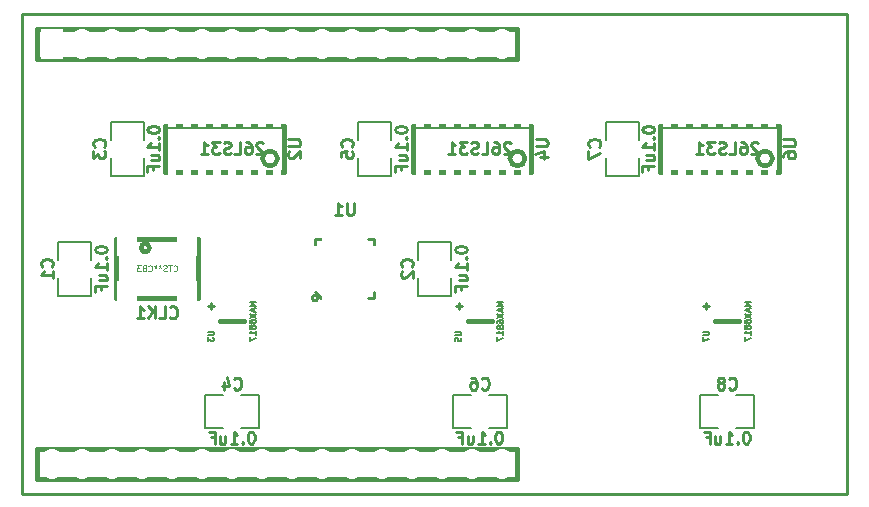
<source format=gbo>
G04 #@! TF.GenerationSoftware,KiCad,Pcbnew,no-vcs-found-0f0cb64~58~ubuntu16.04.1*
G04 #@! TF.CreationDate,2017-03-29T15:35:21-04:00*
G04 #@! TF.ProjectId,step_dir_controller_3x2,737465705F6469725F636F6E74726F6C,1.0*
G04 #@! TF.FileFunction,Legend,Bot*
G04 #@! TF.FilePolarity,Positive*
%FSLAX46Y46*%
G04 Gerber Fmt 4.6, Leading zero omitted, Abs format (unit mm)*
G04 Created by KiCad (PCBNEW no-vcs-found-0f0cb64~58~ubuntu16.04.1) date Wed Mar 29 15:35:21 2017*
%MOMM*%
%LPD*%
G01*
G04 APERTURE LIST*
%ADD10C,0.100000*%
%ADD11C,0.228600*%
%ADD12C,0.381000*%
%ADD13C,0.127000*%
%ADD14C,0.250000*%
%ADD15C,0.254000*%
%ADD16C,0.125000*%
%ADD17O,1.854200X2.540000*%
%ADD18R,1.854200X2.540000*%
%ADD19C,3.556000*%
%ADD20R,2.540000X1.270000*%
%ADD21R,1.270000X2.540000*%
%ADD22R,1.800000X2.000000*%
%ADD23C,2.340000*%
%ADD24R,2.075000X0.325000*%
%ADD25R,0.325000X2.075000*%
%ADD26R,3.475000X3.475000*%
%ADD27R,0.740000X1.690000*%
%ADD28R,0.762000X1.534160*%
G04 APERTURE END LIST*
D10*
D11*
X155575000Y-68580000D02*
X85725000Y-68580000D01*
X155575000Y-109220000D02*
X155575000Y-68580000D01*
X85725000Y-109220000D02*
X155575000Y-109220000D01*
X85725000Y-68580000D02*
X85725000Y-109220000D01*
D12*
X86995000Y-105410000D02*
X86995000Y-107950000D01*
X86995000Y-107950000D02*
X127635000Y-107950000D01*
X127635000Y-107950000D02*
X127635000Y-105410000D01*
X127635000Y-105410000D02*
X86995000Y-105410000D01*
X86995000Y-69850000D02*
X86995000Y-72390000D01*
X86995000Y-72390000D02*
X127635000Y-72390000D01*
X127635000Y-72390000D02*
X127635000Y-69850000D01*
X127635000Y-69850000D02*
X86995000Y-69850000D01*
D13*
X88773000Y-92456000D02*
X88773000Y-90932000D01*
X91567000Y-92456000D02*
X88773000Y-92456000D01*
X91567000Y-90932000D02*
X91567000Y-92456000D01*
X91567000Y-87884000D02*
X91567000Y-89408000D01*
X88773000Y-87884000D02*
X91567000Y-87884000D01*
X88773000Y-89408000D02*
X88773000Y-87884000D01*
X119253000Y-92456000D02*
X119253000Y-90932000D01*
X122047000Y-92456000D02*
X119253000Y-92456000D01*
X122047000Y-90932000D02*
X122047000Y-92456000D01*
X122047000Y-87884000D02*
X122047000Y-89408000D01*
X119253000Y-87884000D02*
X122047000Y-87884000D01*
X119253000Y-89408000D02*
X119253000Y-87884000D01*
X93218000Y-82296000D02*
X93218000Y-80772000D01*
X96012000Y-82296000D02*
X93218000Y-82296000D01*
X96012000Y-80772000D02*
X96012000Y-82296000D01*
X96012000Y-77724000D02*
X96012000Y-79248000D01*
X93218000Y-77724000D02*
X96012000Y-77724000D01*
X93218000Y-79248000D02*
X93218000Y-77724000D01*
X104267000Y-100838000D02*
X105791000Y-100838000D01*
X105791000Y-100838000D02*
X105791000Y-103632000D01*
X105791000Y-103632000D02*
X104267000Y-103632000D01*
X102743000Y-103632000D02*
X101219000Y-103632000D01*
X101219000Y-103632000D02*
X101219000Y-100838000D01*
X101219000Y-100838000D02*
X102743000Y-100838000D01*
X114173000Y-79248000D02*
X114173000Y-77724000D01*
X114173000Y-77724000D02*
X116967000Y-77724000D01*
X116967000Y-77724000D02*
X116967000Y-79248000D01*
X116967000Y-80772000D02*
X116967000Y-82296000D01*
X116967000Y-82296000D02*
X114173000Y-82296000D01*
X114173000Y-82296000D02*
X114173000Y-80772000D01*
X125222000Y-100838000D02*
X126746000Y-100838000D01*
X126746000Y-100838000D02*
X126746000Y-103632000D01*
X126746000Y-103632000D02*
X125222000Y-103632000D01*
X123698000Y-103632000D02*
X122174000Y-103632000D01*
X122174000Y-103632000D02*
X122174000Y-100838000D01*
X122174000Y-100838000D02*
X123698000Y-100838000D01*
X135128000Y-82296000D02*
X135128000Y-80772000D01*
X137922000Y-82296000D02*
X135128000Y-82296000D01*
X137922000Y-80772000D02*
X137922000Y-82296000D01*
X137922000Y-77724000D02*
X137922000Y-79248000D01*
X135128000Y-77724000D02*
X137922000Y-77724000D01*
X135128000Y-79248000D02*
X135128000Y-77724000D01*
X146177000Y-100838000D02*
X147701000Y-100838000D01*
X147701000Y-100838000D02*
X147701000Y-103632000D01*
X147701000Y-103632000D02*
X146177000Y-103632000D01*
X144653000Y-103632000D02*
X143129000Y-103632000D01*
X143129000Y-103632000D02*
X143129000Y-100838000D01*
X143129000Y-100838000D02*
X144653000Y-100838000D01*
D12*
X100655000Y-92670000D02*
X93655000Y-92670000D01*
X100655000Y-87670000D02*
X100655000Y-92670000D01*
X93655000Y-87670000D02*
X100655000Y-87670000D01*
X93655000Y-92670000D02*
X93655000Y-87670000D01*
X96508553Y-88420000D02*
G75*
G03X96508553Y-88420000I-353553J0D01*
G01*
D14*
X111030000Y-92670000D02*
X110530000Y-92170000D01*
X110530000Y-88170000D02*
X110530000Y-87670000D01*
X110530000Y-87670000D02*
X111030000Y-87670000D01*
X115530000Y-88170000D02*
X115530000Y-87670000D01*
X115530000Y-87670000D02*
X115030000Y-87670000D01*
X115030000Y-92670000D02*
X115530000Y-92670000D01*
X115530000Y-92670000D02*
X115530000Y-92170000D01*
X110780000Y-92670000D02*
G75*
G03X110780000Y-92670000I-250000J0D01*
G01*
D12*
X107350000Y-80850000D02*
G75*
G03X107350000Y-80850000I-635000J0D01*
G01*
X107870000Y-81960000D02*
X97870000Y-81960000D01*
X97870000Y-81960000D02*
X97870000Y-78060000D01*
X97870000Y-78060000D02*
X107870000Y-78060000D01*
X107870000Y-78060000D02*
X107870000Y-81960000D01*
X102489000Y-94615000D02*
X104521000Y-94615000D01*
D11*
X101727000Y-93091000D02*
X101727000Y-93599000D01*
X101473000Y-93345000D02*
X101981000Y-93345000D01*
D12*
X128305000Y-80850000D02*
G75*
G03X128305000Y-80850000I-635000J0D01*
G01*
X128825000Y-81960000D02*
X118825000Y-81960000D01*
X118825000Y-81960000D02*
X118825000Y-78060000D01*
X118825000Y-78060000D02*
X128825000Y-78060000D01*
X128825000Y-78060000D02*
X128825000Y-81960000D01*
X123444000Y-94615000D02*
X125476000Y-94615000D01*
D11*
X122682000Y-93091000D02*
X122682000Y-93599000D01*
X122428000Y-93345000D02*
X122936000Y-93345000D01*
D12*
X149780000Y-78060000D02*
X149780000Y-81960000D01*
X139780000Y-78060000D02*
X149780000Y-78060000D01*
X139780000Y-81960000D02*
X139780000Y-78060000D01*
X149780000Y-81960000D02*
X139780000Y-81960000D01*
X149260000Y-80850000D02*
G75*
G03X149260000Y-80850000I-635000J0D01*
G01*
D11*
X143383000Y-93345000D02*
X143891000Y-93345000D01*
X143637000Y-93091000D02*
X143637000Y-93599000D01*
D12*
X144399000Y-94615000D02*
X146431000Y-94615000D01*
D15*
X88246857Y-90000666D02*
X88295238Y-89952285D01*
X88343619Y-89807142D01*
X88343619Y-89710380D01*
X88295238Y-89565238D01*
X88198476Y-89468476D01*
X88101714Y-89420095D01*
X87908190Y-89371714D01*
X87763047Y-89371714D01*
X87569523Y-89420095D01*
X87472761Y-89468476D01*
X87376000Y-89565238D01*
X87327619Y-89710380D01*
X87327619Y-89807142D01*
X87376000Y-89952285D01*
X87424380Y-90000666D01*
X88343619Y-90968285D02*
X88343619Y-90387714D01*
X88343619Y-90678000D02*
X87327619Y-90678000D01*
X87472761Y-90581238D01*
X87569523Y-90484476D01*
X87617904Y-90387714D01*
X91899619Y-88500857D02*
X91899619Y-88597619D01*
X91948000Y-88694380D01*
X91996380Y-88742761D01*
X92093142Y-88791142D01*
X92286666Y-88839523D01*
X92528571Y-88839523D01*
X92722095Y-88791142D01*
X92818857Y-88742761D01*
X92867238Y-88694380D01*
X92915619Y-88597619D01*
X92915619Y-88500857D01*
X92867238Y-88404095D01*
X92818857Y-88355714D01*
X92722095Y-88307333D01*
X92528571Y-88258952D01*
X92286666Y-88258952D01*
X92093142Y-88307333D01*
X91996380Y-88355714D01*
X91948000Y-88404095D01*
X91899619Y-88500857D01*
X92818857Y-89274952D02*
X92867238Y-89323333D01*
X92915619Y-89274952D01*
X92867238Y-89226571D01*
X92818857Y-89274952D01*
X92915619Y-89274952D01*
X92915619Y-90290952D02*
X92915619Y-89710380D01*
X92915619Y-90000666D02*
X91899619Y-90000666D01*
X92044761Y-89903904D01*
X92141523Y-89807142D01*
X92189904Y-89710380D01*
X92238285Y-91161809D02*
X92915619Y-91161809D01*
X92238285Y-90726380D02*
X92770476Y-90726380D01*
X92867238Y-90774761D01*
X92915619Y-90871523D01*
X92915619Y-91016666D01*
X92867238Y-91113428D01*
X92818857Y-91161809D01*
X92383428Y-91984285D02*
X92383428Y-91645619D01*
X92915619Y-91645619D02*
X91899619Y-91645619D01*
X91899619Y-92129428D01*
X118726857Y-90000666D02*
X118775238Y-89952285D01*
X118823619Y-89807142D01*
X118823619Y-89710380D01*
X118775238Y-89565238D01*
X118678476Y-89468476D01*
X118581714Y-89420095D01*
X118388190Y-89371714D01*
X118243047Y-89371714D01*
X118049523Y-89420095D01*
X117952761Y-89468476D01*
X117856000Y-89565238D01*
X117807619Y-89710380D01*
X117807619Y-89807142D01*
X117856000Y-89952285D01*
X117904380Y-90000666D01*
X117904380Y-90387714D02*
X117856000Y-90436095D01*
X117807619Y-90532857D01*
X117807619Y-90774761D01*
X117856000Y-90871523D01*
X117904380Y-90919904D01*
X118001142Y-90968285D01*
X118097904Y-90968285D01*
X118243047Y-90919904D01*
X118823619Y-90339333D01*
X118823619Y-90968285D01*
X122379619Y-88500857D02*
X122379619Y-88597619D01*
X122428000Y-88694380D01*
X122476380Y-88742761D01*
X122573142Y-88791142D01*
X122766666Y-88839523D01*
X123008571Y-88839523D01*
X123202095Y-88791142D01*
X123298857Y-88742761D01*
X123347238Y-88694380D01*
X123395619Y-88597619D01*
X123395619Y-88500857D01*
X123347238Y-88404095D01*
X123298857Y-88355714D01*
X123202095Y-88307333D01*
X123008571Y-88258952D01*
X122766666Y-88258952D01*
X122573142Y-88307333D01*
X122476380Y-88355714D01*
X122428000Y-88404095D01*
X122379619Y-88500857D01*
X123298857Y-89274952D02*
X123347238Y-89323333D01*
X123395619Y-89274952D01*
X123347238Y-89226571D01*
X123298857Y-89274952D01*
X123395619Y-89274952D01*
X123395619Y-90290952D02*
X123395619Y-89710380D01*
X123395619Y-90000666D02*
X122379619Y-90000666D01*
X122524761Y-89903904D01*
X122621523Y-89807142D01*
X122669904Y-89710380D01*
X122718285Y-91161809D02*
X123395619Y-91161809D01*
X122718285Y-90726380D02*
X123250476Y-90726380D01*
X123347238Y-90774761D01*
X123395619Y-90871523D01*
X123395619Y-91016666D01*
X123347238Y-91113428D01*
X123298857Y-91161809D01*
X122863428Y-91984285D02*
X122863428Y-91645619D01*
X123395619Y-91645619D02*
X122379619Y-91645619D01*
X122379619Y-92129428D01*
X92691857Y-79840666D02*
X92740238Y-79792285D01*
X92788619Y-79647142D01*
X92788619Y-79550380D01*
X92740238Y-79405238D01*
X92643476Y-79308476D01*
X92546714Y-79260095D01*
X92353190Y-79211714D01*
X92208047Y-79211714D01*
X92014523Y-79260095D01*
X91917761Y-79308476D01*
X91821000Y-79405238D01*
X91772619Y-79550380D01*
X91772619Y-79647142D01*
X91821000Y-79792285D01*
X91869380Y-79840666D01*
X91772619Y-80179333D02*
X91772619Y-80808285D01*
X92159666Y-80469619D01*
X92159666Y-80614761D01*
X92208047Y-80711523D01*
X92256428Y-80759904D01*
X92353190Y-80808285D01*
X92595095Y-80808285D01*
X92691857Y-80759904D01*
X92740238Y-80711523D01*
X92788619Y-80614761D01*
X92788619Y-80324476D01*
X92740238Y-80227714D01*
X92691857Y-80179333D01*
X96344619Y-78340857D02*
X96344619Y-78437619D01*
X96393000Y-78534380D01*
X96441380Y-78582761D01*
X96538142Y-78631142D01*
X96731666Y-78679523D01*
X96973571Y-78679523D01*
X97167095Y-78631142D01*
X97263857Y-78582761D01*
X97312238Y-78534380D01*
X97360619Y-78437619D01*
X97360619Y-78340857D01*
X97312238Y-78244095D01*
X97263857Y-78195714D01*
X97167095Y-78147333D01*
X96973571Y-78098952D01*
X96731666Y-78098952D01*
X96538142Y-78147333D01*
X96441380Y-78195714D01*
X96393000Y-78244095D01*
X96344619Y-78340857D01*
X97263857Y-79114952D02*
X97312238Y-79163333D01*
X97360619Y-79114952D01*
X97312238Y-79066571D01*
X97263857Y-79114952D01*
X97360619Y-79114952D01*
X97360619Y-80130952D02*
X97360619Y-79550380D01*
X97360619Y-79840666D02*
X96344619Y-79840666D01*
X96489761Y-79743904D01*
X96586523Y-79647142D01*
X96634904Y-79550380D01*
X96683285Y-81001809D02*
X97360619Y-81001809D01*
X96683285Y-80566380D02*
X97215476Y-80566380D01*
X97312238Y-80614761D01*
X97360619Y-80711523D01*
X97360619Y-80856666D01*
X97312238Y-80953428D01*
X97263857Y-81001809D01*
X96828428Y-81824285D02*
X96828428Y-81485619D01*
X97360619Y-81485619D02*
X96344619Y-81485619D01*
X96344619Y-81969428D01*
X103674333Y-100311857D02*
X103722714Y-100360238D01*
X103867857Y-100408619D01*
X103964619Y-100408619D01*
X104109761Y-100360238D01*
X104206523Y-100263476D01*
X104254904Y-100166714D01*
X104303285Y-99973190D01*
X104303285Y-99828047D01*
X104254904Y-99634523D01*
X104206523Y-99537761D01*
X104109761Y-99441000D01*
X103964619Y-99392619D01*
X103867857Y-99392619D01*
X103722714Y-99441000D01*
X103674333Y-99489380D01*
X102803476Y-99731285D02*
X102803476Y-100408619D01*
X103045380Y-99344238D02*
X103287285Y-100069952D01*
X102658333Y-100069952D01*
X105174142Y-103964619D02*
X105077380Y-103964619D01*
X104980619Y-104013000D01*
X104932238Y-104061380D01*
X104883857Y-104158142D01*
X104835476Y-104351666D01*
X104835476Y-104593571D01*
X104883857Y-104787095D01*
X104932238Y-104883857D01*
X104980619Y-104932238D01*
X105077380Y-104980619D01*
X105174142Y-104980619D01*
X105270904Y-104932238D01*
X105319285Y-104883857D01*
X105367666Y-104787095D01*
X105416047Y-104593571D01*
X105416047Y-104351666D01*
X105367666Y-104158142D01*
X105319285Y-104061380D01*
X105270904Y-104013000D01*
X105174142Y-103964619D01*
X104400047Y-104883857D02*
X104351666Y-104932238D01*
X104400047Y-104980619D01*
X104448428Y-104932238D01*
X104400047Y-104883857D01*
X104400047Y-104980619D01*
X103384047Y-104980619D02*
X103964619Y-104980619D01*
X103674333Y-104980619D02*
X103674333Y-103964619D01*
X103771095Y-104109761D01*
X103867857Y-104206523D01*
X103964619Y-104254904D01*
X102513190Y-104303285D02*
X102513190Y-104980619D01*
X102948619Y-104303285D02*
X102948619Y-104835476D01*
X102900238Y-104932238D01*
X102803476Y-104980619D01*
X102658333Y-104980619D01*
X102561571Y-104932238D01*
X102513190Y-104883857D01*
X101690714Y-104448428D02*
X102029380Y-104448428D01*
X102029380Y-104980619D02*
X102029380Y-103964619D01*
X101545571Y-103964619D01*
X113646857Y-79840666D02*
X113695238Y-79792285D01*
X113743619Y-79647142D01*
X113743619Y-79550380D01*
X113695238Y-79405238D01*
X113598476Y-79308476D01*
X113501714Y-79260095D01*
X113308190Y-79211714D01*
X113163047Y-79211714D01*
X112969523Y-79260095D01*
X112872761Y-79308476D01*
X112776000Y-79405238D01*
X112727619Y-79550380D01*
X112727619Y-79647142D01*
X112776000Y-79792285D01*
X112824380Y-79840666D01*
X112727619Y-80759904D02*
X112727619Y-80276095D01*
X113211428Y-80227714D01*
X113163047Y-80276095D01*
X113114666Y-80372857D01*
X113114666Y-80614761D01*
X113163047Y-80711523D01*
X113211428Y-80759904D01*
X113308190Y-80808285D01*
X113550095Y-80808285D01*
X113646857Y-80759904D01*
X113695238Y-80711523D01*
X113743619Y-80614761D01*
X113743619Y-80372857D01*
X113695238Y-80276095D01*
X113646857Y-80227714D01*
X117299619Y-78340857D02*
X117299619Y-78437619D01*
X117348000Y-78534380D01*
X117396380Y-78582761D01*
X117493142Y-78631142D01*
X117686666Y-78679523D01*
X117928571Y-78679523D01*
X118122095Y-78631142D01*
X118218857Y-78582761D01*
X118267238Y-78534380D01*
X118315619Y-78437619D01*
X118315619Y-78340857D01*
X118267238Y-78244095D01*
X118218857Y-78195714D01*
X118122095Y-78147333D01*
X117928571Y-78098952D01*
X117686666Y-78098952D01*
X117493142Y-78147333D01*
X117396380Y-78195714D01*
X117348000Y-78244095D01*
X117299619Y-78340857D01*
X118218857Y-79114952D02*
X118267238Y-79163333D01*
X118315619Y-79114952D01*
X118267238Y-79066571D01*
X118218857Y-79114952D01*
X118315619Y-79114952D01*
X118315619Y-80130952D02*
X118315619Y-79550380D01*
X118315619Y-79840666D02*
X117299619Y-79840666D01*
X117444761Y-79743904D01*
X117541523Y-79647142D01*
X117589904Y-79550380D01*
X117638285Y-81001809D02*
X118315619Y-81001809D01*
X117638285Y-80566380D02*
X118170476Y-80566380D01*
X118267238Y-80614761D01*
X118315619Y-80711523D01*
X118315619Y-80856666D01*
X118267238Y-80953428D01*
X118218857Y-81001809D01*
X117783428Y-81824285D02*
X117783428Y-81485619D01*
X118315619Y-81485619D02*
X117299619Y-81485619D01*
X117299619Y-81969428D01*
X124629333Y-100311857D02*
X124677714Y-100360238D01*
X124822857Y-100408619D01*
X124919619Y-100408619D01*
X125064761Y-100360238D01*
X125161523Y-100263476D01*
X125209904Y-100166714D01*
X125258285Y-99973190D01*
X125258285Y-99828047D01*
X125209904Y-99634523D01*
X125161523Y-99537761D01*
X125064761Y-99441000D01*
X124919619Y-99392619D01*
X124822857Y-99392619D01*
X124677714Y-99441000D01*
X124629333Y-99489380D01*
X123758476Y-99392619D02*
X123952000Y-99392619D01*
X124048761Y-99441000D01*
X124097142Y-99489380D01*
X124193904Y-99634523D01*
X124242285Y-99828047D01*
X124242285Y-100215095D01*
X124193904Y-100311857D01*
X124145523Y-100360238D01*
X124048761Y-100408619D01*
X123855238Y-100408619D01*
X123758476Y-100360238D01*
X123710095Y-100311857D01*
X123661714Y-100215095D01*
X123661714Y-99973190D01*
X123710095Y-99876428D01*
X123758476Y-99828047D01*
X123855238Y-99779666D01*
X124048761Y-99779666D01*
X124145523Y-99828047D01*
X124193904Y-99876428D01*
X124242285Y-99973190D01*
X126129142Y-103964619D02*
X126032380Y-103964619D01*
X125935619Y-104013000D01*
X125887238Y-104061380D01*
X125838857Y-104158142D01*
X125790476Y-104351666D01*
X125790476Y-104593571D01*
X125838857Y-104787095D01*
X125887238Y-104883857D01*
X125935619Y-104932238D01*
X126032380Y-104980619D01*
X126129142Y-104980619D01*
X126225904Y-104932238D01*
X126274285Y-104883857D01*
X126322666Y-104787095D01*
X126371047Y-104593571D01*
X126371047Y-104351666D01*
X126322666Y-104158142D01*
X126274285Y-104061380D01*
X126225904Y-104013000D01*
X126129142Y-103964619D01*
X125355047Y-104883857D02*
X125306666Y-104932238D01*
X125355047Y-104980619D01*
X125403428Y-104932238D01*
X125355047Y-104883857D01*
X125355047Y-104980619D01*
X124339047Y-104980619D02*
X124919619Y-104980619D01*
X124629333Y-104980619D02*
X124629333Y-103964619D01*
X124726095Y-104109761D01*
X124822857Y-104206523D01*
X124919619Y-104254904D01*
X123468190Y-104303285D02*
X123468190Y-104980619D01*
X123903619Y-104303285D02*
X123903619Y-104835476D01*
X123855238Y-104932238D01*
X123758476Y-104980619D01*
X123613333Y-104980619D01*
X123516571Y-104932238D01*
X123468190Y-104883857D01*
X122645714Y-104448428D02*
X122984380Y-104448428D01*
X122984380Y-104980619D02*
X122984380Y-103964619D01*
X122500571Y-103964619D01*
X134601857Y-79840666D02*
X134650238Y-79792285D01*
X134698619Y-79647142D01*
X134698619Y-79550380D01*
X134650238Y-79405238D01*
X134553476Y-79308476D01*
X134456714Y-79260095D01*
X134263190Y-79211714D01*
X134118047Y-79211714D01*
X133924523Y-79260095D01*
X133827761Y-79308476D01*
X133731000Y-79405238D01*
X133682619Y-79550380D01*
X133682619Y-79647142D01*
X133731000Y-79792285D01*
X133779380Y-79840666D01*
X133682619Y-80179333D02*
X133682619Y-80856666D01*
X134698619Y-80421238D01*
X138254619Y-78340857D02*
X138254619Y-78437619D01*
X138303000Y-78534380D01*
X138351380Y-78582761D01*
X138448142Y-78631142D01*
X138641666Y-78679523D01*
X138883571Y-78679523D01*
X139077095Y-78631142D01*
X139173857Y-78582761D01*
X139222238Y-78534380D01*
X139270619Y-78437619D01*
X139270619Y-78340857D01*
X139222238Y-78244095D01*
X139173857Y-78195714D01*
X139077095Y-78147333D01*
X138883571Y-78098952D01*
X138641666Y-78098952D01*
X138448142Y-78147333D01*
X138351380Y-78195714D01*
X138303000Y-78244095D01*
X138254619Y-78340857D01*
X139173857Y-79114952D02*
X139222238Y-79163333D01*
X139270619Y-79114952D01*
X139222238Y-79066571D01*
X139173857Y-79114952D01*
X139270619Y-79114952D01*
X139270619Y-80130952D02*
X139270619Y-79550380D01*
X139270619Y-79840666D02*
X138254619Y-79840666D01*
X138399761Y-79743904D01*
X138496523Y-79647142D01*
X138544904Y-79550380D01*
X138593285Y-81001809D02*
X139270619Y-81001809D01*
X138593285Y-80566380D02*
X139125476Y-80566380D01*
X139222238Y-80614761D01*
X139270619Y-80711523D01*
X139270619Y-80856666D01*
X139222238Y-80953428D01*
X139173857Y-81001809D01*
X138738428Y-81824285D02*
X138738428Y-81485619D01*
X139270619Y-81485619D02*
X138254619Y-81485619D01*
X138254619Y-81969428D01*
X145584333Y-100311857D02*
X145632714Y-100360238D01*
X145777857Y-100408619D01*
X145874619Y-100408619D01*
X146019761Y-100360238D01*
X146116523Y-100263476D01*
X146164904Y-100166714D01*
X146213285Y-99973190D01*
X146213285Y-99828047D01*
X146164904Y-99634523D01*
X146116523Y-99537761D01*
X146019761Y-99441000D01*
X145874619Y-99392619D01*
X145777857Y-99392619D01*
X145632714Y-99441000D01*
X145584333Y-99489380D01*
X145003761Y-99828047D02*
X145100523Y-99779666D01*
X145148904Y-99731285D01*
X145197285Y-99634523D01*
X145197285Y-99586142D01*
X145148904Y-99489380D01*
X145100523Y-99441000D01*
X145003761Y-99392619D01*
X144810238Y-99392619D01*
X144713476Y-99441000D01*
X144665095Y-99489380D01*
X144616714Y-99586142D01*
X144616714Y-99634523D01*
X144665095Y-99731285D01*
X144713476Y-99779666D01*
X144810238Y-99828047D01*
X145003761Y-99828047D01*
X145100523Y-99876428D01*
X145148904Y-99924809D01*
X145197285Y-100021571D01*
X145197285Y-100215095D01*
X145148904Y-100311857D01*
X145100523Y-100360238D01*
X145003761Y-100408619D01*
X144810238Y-100408619D01*
X144713476Y-100360238D01*
X144665095Y-100311857D01*
X144616714Y-100215095D01*
X144616714Y-100021571D01*
X144665095Y-99924809D01*
X144713476Y-99876428D01*
X144810238Y-99828047D01*
X147084142Y-103964619D02*
X146987380Y-103964619D01*
X146890619Y-104013000D01*
X146842238Y-104061380D01*
X146793857Y-104158142D01*
X146745476Y-104351666D01*
X146745476Y-104593571D01*
X146793857Y-104787095D01*
X146842238Y-104883857D01*
X146890619Y-104932238D01*
X146987380Y-104980619D01*
X147084142Y-104980619D01*
X147180904Y-104932238D01*
X147229285Y-104883857D01*
X147277666Y-104787095D01*
X147326047Y-104593571D01*
X147326047Y-104351666D01*
X147277666Y-104158142D01*
X147229285Y-104061380D01*
X147180904Y-104013000D01*
X147084142Y-103964619D01*
X146310047Y-104883857D02*
X146261666Y-104932238D01*
X146310047Y-104980619D01*
X146358428Y-104932238D01*
X146310047Y-104883857D01*
X146310047Y-104980619D01*
X145294047Y-104980619D02*
X145874619Y-104980619D01*
X145584333Y-104980619D02*
X145584333Y-103964619D01*
X145681095Y-104109761D01*
X145777857Y-104206523D01*
X145874619Y-104254904D01*
X144423190Y-104303285D02*
X144423190Y-104980619D01*
X144858619Y-104303285D02*
X144858619Y-104835476D01*
X144810238Y-104932238D01*
X144713476Y-104980619D01*
X144568333Y-104980619D01*
X144471571Y-104932238D01*
X144423190Y-104883857D01*
X143600714Y-104448428D02*
X143939380Y-104448428D01*
X143939380Y-104980619D02*
X143939380Y-103964619D01*
X143455571Y-103964619D01*
X98243571Y-94282857D02*
X98291952Y-94331238D01*
X98437095Y-94379619D01*
X98533857Y-94379619D01*
X98679000Y-94331238D01*
X98775761Y-94234476D01*
X98824142Y-94137714D01*
X98872523Y-93944190D01*
X98872523Y-93799047D01*
X98824142Y-93605523D01*
X98775761Y-93508761D01*
X98679000Y-93412000D01*
X98533857Y-93363619D01*
X98437095Y-93363619D01*
X98291952Y-93412000D01*
X98243571Y-93460380D01*
X97324333Y-94379619D02*
X97808142Y-94379619D01*
X97808142Y-93363619D01*
X96985666Y-94379619D02*
X96985666Y-93363619D01*
X96405095Y-94379619D02*
X96840523Y-93799047D01*
X96405095Y-93363619D02*
X96985666Y-93944190D01*
X95437476Y-94379619D02*
X96018047Y-94379619D01*
X95727761Y-94379619D02*
X95727761Y-93363619D01*
X95824523Y-93508761D01*
X95921285Y-93605523D01*
X96018047Y-93653904D01*
D16*
X98547857Y-90348571D02*
X98571666Y-90372380D01*
X98643095Y-90396190D01*
X98690714Y-90396190D01*
X98762142Y-90372380D01*
X98809761Y-90324761D01*
X98833571Y-90277142D01*
X98857380Y-90181904D01*
X98857380Y-90110476D01*
X98833571Y-90015238D01*
X98809761Y-89967619D01*
X98762142Y-89920000D01*
X98690714Y-89896190D01*
X98643095Y-89896190D01*
X98571666Y-89920000D01*
X98547857Y-89943809D01*
X98405000Y-89896190D02*
X98119285Y-89896190D01*
X98262142Y-90396190D02*
X98262142Y-89896190D01*
X97976428Y-90372380D02*
X97905000Y-90396190D01*
X97785952Y-90396190D01*
X97738333Y-90372380D01*
X97714523Y-90348571D01*
X97690714Y-90300952D01*
X97690714Y-90253333D01*
X97714523Y-90205714D01*
X97738333Y-90181904D01*
X97785952Y-90158095D01*
X97881190Y-90134285D01*
X97928809Y-90110476D01*
X97952619Y-90086666D01*
X97976428Y-90039047D01*
X97976428Y-89991428D01*
X97952619Y-89943809D01*
X97928809Y-89920000D01*
X97881190Y-89896190D01*
X97762142Y-89896190D01*
X97690714Y-89920000D01*
X97405000Y-89896190D02*
X97405000Y-90015238D01*
X97524047Y-89967619D02*
X97405000Y-90015238D01*
X97285952Y-89967619D01*
X97476428Y-90110476D02*
X97405000Y-90015238D01*
X97333571Y-90110476D01*
X97024047Y-89896190D02*
X97024047Y-90015238D01*
X97143095Y-89967619D02*
X97024047Y-90015238D01*
X96905000Y-89967619D01*
X97095476Y-90110476D02*
X97024047Y-90015238D01*
X96952619Y-90110476D01*
X96428809Y-90348571D02*
X96452619Y-90372380D01*
X96524047Y-90396190D01*
X96571666Y-90396190D01*
X96643095Y-90372380D01*
X96690714Y-90324761D01*
X96714523Y-90277142D01*
X96738333Y-90181904D01*
X96738333Y-90110476D01*
X96714523Y-90015238D01*
X96690714Y-89967619D01*
X96643095Y-89920000D01*
X96571666Y-89896190D01*
X96524047Y-89896190D01*
X96452619Y-89920000D01*
X96428809Y-89943809D01*
X96047857Y-90134285D02*
X95976428Y-90158095D01*
X95952619Y-90181904D01*
X95928809Y-90229523D01*
X95928809Y-90300952D01*
X95952619Y-90348571D01*
X95976428Y-90372380D01*
X96024047Y-90396190D01*
X96214523Y-90396190D01*
X96214523Y-89896190D01*
X96047857Y-89896190D01*
X96000238Y-89920000D01*
X95976428Y-89943809D01*
X95952619Y-89991428D01*
X95952619Y-90039047D01*
X95976428Y-90086666D01*
X96000238Y-90110476D01*
X96047857Y-90134285D01*
X96214523Y-90134285D01*
X95762142Y-89896190D02*
X95452619Y-89896190D01*
X95619285Y-90086666D01*
X95547857Y-90086666D01*
X95500238Y-90110476D01*
X95476428Y-90134285D01*
X95452619Y-90181904D01*
X95452619Y-90300952D01*
X95476428Y-90348571D01*
X95500238Y-90372380D01*
X95547857Y-90396190D01*
X95690714Y-90396190D01*
X95738333Y-90372380D01*
X95762142Y-90348571D01*
D15*
X113804095Y-84613619D02*
X113804095Y-85436095D01*
X113755714Y-85532857D01*
X113707333Y-85581238D01*
X113610571Y-85629619D01*
X113417047Y-85629619D01*
X113320285Y-85581238D01*
X113271904Y-85532857D01*
X113223523Y-85436095D01*
X113223523Y-84613619D01*
X112207523Y-85629619D02*
X112788095Y-85629619D01*
X112497809Y-85629619D02*
X112497809Y-84613619D01*
X112594571Y-84758761D01*
X112691333Y-84855523D01*
X112788095Y-84903904D01*
X108248619Y-79235904D02*
X109071095Y-79235904D01*
X109167857Y-79284285D01*
X109216238Y-79332666D01*
X109264619Y-79429428D01*
X109264619Y-79622952D01*
X109216238Y-79719714D01*
X109167857Y-79768095D01*
X109071095Y-79816476D01*
X108248619Y-79816476D01*
X108345380Y-80251904D02*
X108297000Y-80300285D01*
X108248619Y-80397047D01*
X108248619Y-80638952D01*
X108297000Y-80735714D01*
X108345380Y-80784095D01*
X108442142Y-80832476D01*
X108538904Y-80832476D01*
X108684047Y-80784095D01*
X109264619Y-80203523D01*
X109264619Y-80832476D01*
X106141761Y-79550380D02*
X106093380Y-79502000D01*
X105996619Y-79453619D01*
X105754714Y-79453619D01*
X105657952Y-79502000D01*
X105609571Y-79550380D01*
X105561190Y-79647142D01*
X105561190Y-79743904D01*
X105609571Y-79889047D01*
X106190142Y-80469619D01*
X105561190Y-80469619D01*
X104690333Y-79453619D02*
X104883857Y-79453619D01*
X104980619Y-79502000D01*
X105029000Y-79550380D01*
X105125761Y-79695523D01*
X105174142Y-79889047D01*
X105174142Y-80276095D01*
X105125761Y-80372857D01*
X105077380Y-80421238D01*
X104980619Y-80469619D01*
X104787095Y-80469619D01*
X104690333Y-80421238D01*
X104641952Y-80372857D01*
X104593571Y-80276095D01*
X104593571Y-80034190D01*
X104641952Y-79937428D01*
X104690333Y-79889047D01*
X104787095Y-79840666D01*
X104980619Y-79840666D01*
X105077380Y-79889047D01*
X105125761Y-79937428D01*
X105174142Y-80034190D01*
X103674333Y-80469619D02*
X104158142Y-80469619D01*
X104158142Y-79453619D01*
X103384047Y-80421238D02*
X103238904Y-80469619D01*
X102997000Y-80469619D01*
X102900238Y-80421238D01*
X102851857Y-80372857D01*
X102803476Y-80276095D01*
X102803476Y-80179333D01*
X102851857Y-80082571D01*
X102900238Y-80034190D01*
X102997000Y-79985809D01*
X103190523Y-79937428D01*
X103287285Y-79889047D01*
X103335666Y-79840666D01*
X103384047Y-79743904D01*
X103384047Y-79647142D01*
X103335666Y-79550380D01*
X103287285Y-79502000D01*
X103190523Y-79453619D01*
X102948619Y-79453619D01*
X102803476Y-79502000D01*
X102464809Y-79453619D02*
X101835857Y-79453619D01*
X102174523Y-79840666D01*
X102029380Y-79840666D01*
X101932619Y-79889047D01*
X101884238Y-79937428D01*
X101835857Y-80034190D01*
X101835857Y-80276095D01*
X101884238Y-80372857D01*
X101932619Y-80421238D01*
X102029380Y-80469619D01*
X102319666Y-80469619D01*
X102416428Y-80421238D01*
X102464809Y-80372857D01*
X100868238Y-80469619D02*
X101448809Y-80469619D01*
X101158523Y-80469619D02*
X101158523Y-79453619D01*
X101255285Y-79598761D01*
X101352047Y-79695523D01*
X101448809Y-79743904D01*
D13*
X101448809Y-95497952D02*
X101860047Y-95497952D01*
X101908428Y-95522142D01*
X101932619Y-95546333D01*
X101956809Y-95594714D01*
X101956809Y-95691476D01*
X101932619Y-95739857D01*
X101908428Y-95764047D01*
X101860047Y-95788238D01*
X101448809Y-95788238D01*
X101448809Y-95981761D02*
X101448809Y-96296238D01*
X101642333Y-96126904D01*
X101642333Y-96199476D01*
X101666523Y-96247857D01*
X101690714Y-96272047D01*
X101739095Y-96296238D01*
X101860047Y-96296238D01*
X101908428Y-96272047D01*
X101932619Y-96247857D01*
X101956809Y-96199476D01*
X101956809Y-96054333D01*
X101932619Y-96005952D01*
X101908428Y-95981761D01*
X105512809Y-93018428D02*
X105004809Y-93018428D01*
X105367666Y-93187761D01*
X105004809Y-93357095D01*
X105512809Y-93357095D01*
X105367666Y-93574809D02*
X105367666Y-93816714D01*
X105512809Y-93526428D02*
X105004809Y-93695761D01*
X105512809Y-93865095D01*
X105004809Y-93986047D02*
X105512809Y-94324714D01*
X105004809Y-94324714D02*
X105512809Y-93986047D01*
X105004809Y-94735952D02*
X105004809Y-94639190D01*
X105029000Y-94590809D01*
X105053190Y-94566619D01*
X105125761Y-94518238D01*
X105222523Y-94494047D01*
X105416047Y-94494047D01*
X105464428Y-94518238D01*
X105488619Y-94542428D01*
X105512809Y-94590809D01*
X105512809Y-94687571D01*
X105488619Y-94735952D01*
X105464428Y-94760142D01*
X105416047Y-94784333D01*
X105295095Y-94784333D01*
X105246714Y-94760142D01*
X105222523Y-94735952D01*
X105198333Y-94687571D01*
X105198333Y-94590809D01*
X105222523Y-94542428D01*
X105246714Y-94518238D01*
X105295095Y-94494047D01*
X105222523Y-95074619D02*
X105198333Y-95026238D01*
X105174142Y-95002047D01*
X105125761Y-94977857D01*
X105101571Y-94977857D01*
X105053190Y-95002047D01*
X105029000Y-95026238D01*
X105004809Y-95074619D01*
X105004809Y-95171380D01*
X105029000Y-95219761D01*
X105053190Y-95243952D01*
X105101571Y-95268142D01*
X105125761Y-95268142D01*
X105174142Y-95243952D01*
X105198333Y-95219761D01*
X105222523Y-95171380D01*
X105222523Y-95074619D01*
X105246714Y-95026238D01*
X105270904Y-95002047D01*
X105319285Y-94977857D01*
X105416047Y-94977857D01*
X105464428Y-95002047D01*
X105488619Y-95026238D01*
X105512809Y-95074619D01*
X105512809Y-95171380D01*
X105488619Y-95219761D01*
X105464428Y-95243952D01*
X105416047Y-95268142D01*
X105319285Y-95268142D01*
X105270904Y-95243952D01*
X105246714Y-95219761D01*
X105222523Y-95171380D01*
X105512809Y-95751952D02*
X105512809Y-95461666D01*
X105512809Y-95606809D02*
X105004809Y-95606809D01*
X105077380Y-95558428D01*
X105125761Y-95510047D01*
X105149952Y-95461666D01*
X105004809Y-95921285D02*
X105004809Y-96259952D01*
X105512809Y-96042238D01*
D15*
X129203619Y-79235904D02*
X130026095Y-79235904D01*
X130122857Y-79284285D01*
X130171238Y-79332666D01*
X130219619Y-79429428D01*
X130219619Y-79622952D01*
X130171238Y-79719714D01*
X130122857Y-79768095D01*
X130026095Y-79816476D01*
X129203619Y-79816476D01*
X129542285Y-80735714D02*
X130219619Y-80735714D01*
X129155238Y-80493809D02*
X129880952Y-80251904D01*
X129880952Y-80880857D01*
X127096761Y-79550380D02*
X127048380Y-79502000D01*
X126951619Y-79453619D01*
X126709714Y-79453619D01*
X126612952Y-79502000D01*
X126564571Y-79550380D01*
X126516190Y-79647142D01*
X126516190Y-79743904D01*
X126564571Y-79889047D01*
X127145142Y-80469619D01*
X126516190Y-80469619D01*
X125645333Y-79453619D02*
X125838857Y-79453619D01*
X125935619Y-79502000D01*
X125984000Y-79550380D01*
X126080761Y-79695523D01*
X126129142Y-79889047D01*
X126129142Y-80276095D01*
X126080761Y-80372857D01*
X126032380Y-80421238D01*
X125935619Y-80469619D01*
X125742095Y-80469619D01*
X125645333Y-80421238D01*
X125596952Y-80372857D01*
X125548571Y-80276095D01*
X125548571Y-80034190D01*
X125596952Y-79937428D01*
X125645333Y-79889047D01*
X125742095Y-79840666D01*
X125935619Y-79840666D01*
X126032380Y-79889047D01*
X126080761Y-79937428D01*
X126129142Y-80034190D01*
X124629333Y-80469619D02*
X125113142Y-80469619D01*
X125113142Y-79453619D01*
X124339047Y-80421238D02*
X124193904Y-80469619D01*
X123952000Y-80469619D01*
X123855238Y-80421238D01*
X123806857Y-80372857D01*
X123758476Y-80276095D01*
X123758476Y-80179333D01*
X123806857Y-80082571D01*
X123855238Y-80034190D01*
X123952000Y-79985809D01*
X124145523Y-79937428D01*
X124242285Y-79889047D01*
X124290666Y-79840666D01*
X124339047Y-79743904D01*
X124339047Y-79647142D01*
X124290666Y-79550380D01*
X124242285Y-79502000D01*
X124145523Y-79453619D01*
X123903619Y-79453619D01*
X123758476Y-79502000D01*
X123419809Y-79453619D02*
X122790857Y-79453619D01*
X123129523Y-79840666D01*
X122984380Y-79840666D01*
X122887619Y-79889047D01*
X122839238Y-79937428D01*
X122790857Y-80034190D01*
X122790857Y-80276095D01*
X122839238Y-80372857D01*
X122887619Y-80421238D01*
X122984380Y-80469619D01*
X123274666Y-80469619D01*
X123371428Y-80421238D01*
X123419809Y-80372857D01*
X121823238Y-80469619D02*
X122403809Y-80469619D01*
X122113523Y-80469619D02*
X122113523Y-79453619D01*
X122210285Y-79598761D01*
X122307047Y-79695523D01*
X122403809Y-79743904D01*
D13*
X122403809Y-95497952D02*
X122815047Y-95497952D01*
X122863428Y-95522142D01*
X122887619Y-95546333D01*
X122911809Y-95594714D01*
X122911809Y-95691476D01*
X122887619Y-95739857D01*
X122863428Y-95764047D01*
X122815047Y-95788238D01*
X122403809Y-95788238D01*
X122403809Y-96272047D02*
X122403809Y-96030142D01*
X122645714Y-96005952D01*
X122621523Y-96030142D01*
X122597333Y-96078523D01*
X122597333Y-96199476D01*
X122621523Y-96247857D01*
X122645714Y-96272047D01*
X122694095Y-96296238D01*
X122815047Y-96296238D01*
X122863428Y-96272047D01*
X122887619Y-96247857D01*
X122911809Y-96199476D01*
X122911809Y-96078523D01*
X122887619Y-96030142D01*
X122863428Y-96005952D01*
X126467809Y-93018428D02*
X125959809Y-93018428D01*
X126322666Y-93187761D01*
X125959809Y-93357095D01*
X126467809Y-93357095D01*
X126322666Y-93574809D02*
X126322666Y-93816714D01*
X126467809Y-93526428D02*
X125959809Y-93695761D01*
X126467809Y-93865095D01*
X125959809Y-93986047D02*
X126467809Y-94324714D01*
X125959809Y-94324714D02*
X126467809Y-93986047D01*
X125959809Y-94735952D02*
X125959809Y-94639190D01*
X125984000Y-94590809D01*
X126008190Y-94566619D01*
X126080761Y-94518238D01*
X126177523Y-94494047D01*
X126371047Y-94494047D01*
X126419428Y-94518238D01*
X126443619Y-94542428D01*
X126467809Y-94590809D01*
X126467809Y-94687571D01*
X126443619Y-94735952D01*
X126419428Y-94760142D01*
X126371047Y-94784333D01*
X126250095Y-94784333D01*
X126201714Y-94760142D01*
X126177523Y-94735952D01*
X126153333Y-94687571D01*
X126153333Y-94590809D01*
X126177523Y-94542428D01*
X126201714Y-94518238D01*
X126250095Y-94494047D01*
X126177523Y-95074619D02*
X126153333Y-95026238D01*
X126129142Y-95002047D01*
X126080761Y-94977857D01*
X126056571Y-94977857D01*
X126008190Y-95002047D01*
X125984000Y-95026238D01*
X125959809Y-95074619D01*
X125959809Y-95171380D01*
X125984000Y-95219761D01*
X126008190Y-95243952D01*
X126056571Y-95268142D01*
X126080761Y-95268142D01*
X126129142Y-95243952D01*
X126153333Y-95219761D01*
X126177523Y-95171380D01*
X126177523Y-95074619D01*
X126201714Y-95026238D01*
X126225904Y-95002047D01*
X126274285Y-94977857D01*
X126371047Y-94977857D01*
X126419428Y-95002047D01*
X126443619Y-95026238D01*
X126467809Y-95074619D01*
X126467809Y-95171380D01*
X126443619Y-95219761D01*
X126419428Y-95243952D01*
X126371047Y-95268142D01*
X126274285Y-95268142D01*
X126225904Y-95243952D01*
X126201714Y-95219761D01*
X126177523Y-95171380D01*
X126467809Y-95751952D02*
X126467809Y-95461666D01*
X126467809Y-95606809D02*
X125959809Y-95606809D01*
X126032380Y-95558428D01*
X126080761Y-95510047D01*
X126104952Y-95461666D01*
X125959809Y-95921285D02*
X125959809Y-96259952D01*
X126467809Y-96042238D01*
D15*
X150158619Y-79235904D02*
X150981095Y-79235904D01*
X151077857Y-79284285D01*
X151126238Y-79332666D01*
X151174619Y-79429428D01*
X151174619Y-79622952D01*
X151126238Y-79719714D01*
X151077857Y-79768095D01*
X150981095Y-79816476D01*
X150158619Y-79816476D01*
X150158619Y-80735714D02*
X150158619Y-80542190D01*
X150207000Y-80445428D01*
X150255380Y-80397047D01*
X150400523Y-80300285D01*
X150594047Y-80251904D01*
X150981095Y-80251904D01*
X151077857Y-80300285D01*
X151126238Y-80348666D01*
X151174619Y-80445428D01*
X151174619Y-80638952D01*
X151126238Y-80735714D01*
X151077857Y-80784095D01*
X150981095Y-80832476D01*
X150739190Y-80832476D01*
X150642428Y-80784095D01*
X150594047Y-80735714D01*
X150545666Y-80638952D01*
X150545666Y-80445428D01*
X150594047Y-80348666D01*
X150642428Y-80300285D01*
X150739190Y-80251904D01*
X148051761Y-79550380D02*
X148003380Y-79502000D01*
X147906619Y-79453619D01*
X147664714Y-79453619D01*
X147567952Y-79502000D01*
X147519571Y-79550380D01*
X147471190Y-79647142D01*
X147471190Y-79743904D01*
X147519571Y-79889047D01*
X148100142Y-80469619D01*
X147471190Y-80469619D01*
X146600333Y-79453619D02*
X146793857Y-79453619D01*
X146890619Y-79502000D01*
X146939000Y-79550380D01*
X147035761Y-79695523D01*
X147084142Y-79889047D01*
X147084142Y-80276095D01*
X147035761Y-80372857D01*
X146987380Y-80421238D01*
X146890619Y-80469619D01*
X146697095Y-80469619D01*
X146600333Y-80421238D01*
X146551952Y-80372857D01*
X146503571Y-80276095D01*
X146503571Y-80034190D01*
X146551952Y-79937428D01*
X146600333Y-79889047D01*
X146697095Y-79840666D01*
X146890619Y-79840666D01*
X146987380Y-79889047D01*
X147035761Y-79937428D01*
X147084142Y-80034190D01*
X145584333Y-80469619D02*
X146068142Y-80469619D01*
X146068142Y-79453619D01*
X145294047Y-80421238D02*
X145148904Y-80469619D01*
X144907000Y-80469619D01*
X144810238Y-80421238D01*
X144761857Y-80372857D01*
X144713476Y-80276095D01*
X144713476Y-80179333D01*
X144761857Y-80082571D01*
X144810238Y-80034190D01*
X144907000Y-79985809D01*
X145100523Y-79937428D01*
X145197285Y-79889047D01*
X145245666Y-79840666D01*
X145294047Y-79743904D01*
X145294047Y-79647142D01*
X145245666Y-79550380D01*
X145197285Y-79502000D01*
X145100523Y-79453619D01*
X144858619Y-79453619D01*
X144713476Y-79502000D01*
X144374809Y-79453619D02*
X143745857Y-79453619D01*
X144084523Y-79840666D01*
X143939380Y-79840666D01*
X143842619Y-79889047D01*
X143794238Y-79937428D01*
X143745857Y-80034190D01*
X143745857Y-80276095D01*
X143794238Y-80372857D01*
X143842619Y-80421238D01*
X143939380Y-80469619D01*
X144229666Y-80469619D01*
X144326428Y-80421238D01*
X144374809Y-80372857D01*
X142778238Y-80469619D02*
X143358809Y-80469619D01*
X143068523Y-80469619D02*
X143068523Y-79453619D01*
X143165285Y-79598761D01*
X143262047Y-79695523D01*
X143358809Y-79743904D01*
D13*
X143358809Y-95497952D02*
X143770047Y-95497952D01*
X143818428Y-95522142D01*
X143842619Y-95546333D01*
X143866809Y-95594714D01*
X143866809Y-95691476D01*
X143842619Y-95739857D01*
X143818428Y-95764047D01*
X143770047Y-95788238D01*
X143358809Y-95788238D01*
X143358809Y-95981761D02*
X143358809Y-96320428D01*
X143866809Y-96102714D01*
X147422809Y-93018428D02*
X146914809Y-93018428D01*
X147277666Y-93187761D01*
X146914809Y-93357095D01*
X147422809Y-93357095D01*
X147277666Y-93574809D02*
X147277666Y-93816714D01*
X147422809Y-93526428D02*
X146914809Y-93695761D01*
X147422809Y-93865095D01*
X146914809Y-93986047D02*
X147422809Y-94324714D01*
X146914809Y-94324714D02*
X147422809Y-93986047D01*
X146914809Y-94735952D02*
X146914809Y-94639190D01*
X146939000Y-94590809D01*
X146963190Y-94566619D01*
X147035761Y-94518238D01*
X147132523Y-94494047D01*
X147326047Y-94494047D01*
X147374428Y-94518238D01*
X147398619Y-94542428D01*
X147422809Y-94590809D01*
X147422809Y-94687571D01*
X147398619Y-94735952D01*
X147374428Y-94760142D01*
X147326047Y-94784333D01*
X147205095Y-94784333D01*
X147156714Y-94760142D01*
X147132523Y-94735952D01*
X147108333Y-94687571D01*
X147108333Y-94590809D01*
X147132523Y-94542428D01*
X147156714Y-94518238D01*
X147205095Y-94494047D01*
X147132523Y-95074619D02*
X147108333Y-95026238D01*
X147084142Y-95002047D01*
X147035761Y-94977857D01*
X147011571Y-94977857D01*
X146963190Y-95002047D01*
X146939000Y-95026238D01*
X146914809Y-95074619D01*
X146914809Y-95171380D01*
X146939000Y-95219761D01*
X146963190Y-95243952D01*
X147011571Y-95268142D01*
X147035761Y-95268142D01*
X147084142Y-95243952D01*
X147108333Y-95219761D01*
X147132523Y-95171380D01*
X147132523Y-95074619D01*
X147156714Y-95026238D01*
X147180904Y-95002047D01*
X147229285Y-94977857D01*
X147326047Y-94977857D01*
X147374428Y-95002047D01*
X147398619Y-95026238D01*
X147422809Y-95074619D01*
X147422809Y-95171380D01*
X147398619Y-95219761D01*
X147374428Y-95243952D01*
X147326047Y-95268142D01*
X147229285Y-95268142D01*
X147180904Y-95243952D01*
X147156714Y-95219761D01*
X147132523Y-95171380D01*
X147422809Y-95751952D02*
X147422809Y-95461666D01*
X147422809Y-95606809D02*
X146914809Y-95606809D01*
X146987380Y-95558428D01*
X147035761Y-95510047D01*
X147059952Y-95461666D01*
X146914809Y-95921285D02*
X146914809Y-96259952D01*
X147422809Y-96042238D01*
%LPC*%
D17*
X90805000Y-71120000D03*
X93345000Y-71120000D03*
D18*
X88265000Y-71120000D03*
D17*
X95885000Y-71120000D03*
X98425000Y-71120000D03*
X100965000Y-71120000D03*
X103505000Y-71120000D03*
X106045000Y-71120000D03*
X108585000Y-71120000D03*
X111125000Y-71120000D03*
X113665000Y-71120000D03*
X116205000Y-71120000D03*
X118745000Y-71120000D03*
X121285000Y-71120000D03*
X123825000Y-71120000D03*
X126365000Y-71120000D03*
X126365000Y-106680000D03*
X123825000Y-106680000D03*
X121285000Y-106680000D03*
X118745000Y-106680000D03*
X116205000Y-106680000D03*
X113665000Y-106680000D03*
X111125000Y-106680000D03*
X108585000Y-106680000D03*
X106045000Y-106680000D03*
X103505000Y-106680000D03*
X100965000Y-106680000D03*
X98425000Y-106680000D03*
X95885000Y-106680000D03*
X93345000Y-106680000D03*
X90805000Y-106680000D03*
X88265000Y-106680000D03*
D19*
X89535000Y-76200000D03*
X89535000Y-101600000D03*
X130175000Y-106680000D03*
X130175000Y-71120000D03*
D20*
X90170000Y-91694000D03*
X90170000Y-88646000D03*
X120650000Y-91694000D03*
X120650000Y-88646000D03*
X94615000Y-81534000D03*
X94615000Y-78486000D03*
D21*
X105029000Y-102235000D03*
X101981000Y-102235000D03*
D20*
X115570000Y-78486000D03*
X115570000Y-81534000D03*
D21*
X125984000Y-102235000D03*
X122936000Y-102235000D03*
D20*
X136525000Y-81534000D03*
X136525000Y-78486000D03*
D21*
X146939000Y-102235000D03*
X143891000Y-102235000D03*
D22*
X94615000Y-92270000D03*
X99695000Y-92270000D03*
X99695000Y-88070000D03*
X94615000Y-88070000D03*
D23*
X105255000Y-98425000D03*
X101755000Y-98425000D03*
X98255000Y-98425000D03*
X108755000Y-98425000D03*
X129710000Y-98425000D03*
X119210000Y-98425000D03*
X122710000Y-98425000D03*
X126210000Y-98425000D03*
X147165000Y-98425000D03*
X143665000Y-98425000D03*
X140165000Y-98425000D03*
X150665000Y-98425000D03*
D24*
X116030000Y-91920000D03*
X116030000Y-91420000D03*
X116030000Y-90920000D03*
X116030000Y-90420000D03*
X116030000Y-89920000D03*
X116030000Y-89420000D03*
X116030000Y-88920000D03*
X116030000Y-88420000D03*
X110030000Y-88420000D03*
X110030000Y-88920000D03*
X110030000Y-89420000D03*
X110030000Y-89920000D03*
X110030000Y-90420000D03*
X110030000Y-90920000D03*
X110030000Y-91420000D03*
X110030000Y-91920000D03*
D25*
X114780000Y-87170000D03*
X114280000Y-87170000D03*
X113780000Y-87170000D03*
X113280000Y-87170000D03*
X112780000Y-87170000D03*
X112280000Y-87170000D03*
X111780000Y-87170000D03*
X111280000Y-87170000D03*
X111280000Y-93170000D03*
X111780000Y-93170000D03*
X112280000Y-93170000D03*
X112780000Y-93170000D03*
X113280000Y-93170000D03*
X113780000Y-93170000D03*
X114280000Y-93170000D03*
X114780000Y-93170000D03*
D26*
X113030000Y-90170000D03*
D27*
X107315000Y-82710000D03*
X106045000Y-82710000D03*
X104775000Y-82710000D03*
X103505000Y-82710000D03*
X102235000Y-82710000D03*
X100965000Y-82710000D03*
X99695000Y-82710000D03*
X98425000Y-82710000D03*
X98425000Y-77310000D03*
X99695000Y-77310000D03*
X100965000Y-77310000D03*
X102235000Y-77310000D03*
X103505000Y-77310000D03*
X104775000Y-77310000D03*
X106045000Y-77310000D03*
X107315000Y-77310000D03*
D28*
X102555040Y-93416120D03*
X103505000Y-93416120D03*
X104454960Y-93416120D03*
X104454960Y-95813880D03*
X103505000Y-95813880D03*
X102555040Y-95813880D03*
D27*
X128270000Y-82710000D03*
X127000000Y-82710000D03*
X125730000Y-82710000D03*
X124460000Y-82710000D03*
X123190000Y-82710000D03*
X121920000Y-82710000D03*
X120650000Y-82710000D03*
X119380000Y-82710000D03*
X119380000Y-77310000D03*
X120650000Y-77310000D03*
X121920000Y-77310000D03*
X123190000Y-77310000D03*
X124460000Y-77310000D03*
X125730000Y-77310000D03*
X127000000Y-77310000D03*
X128270000Y-77310000D03*
D28*
X123510040Y-93416120D03*
X124460000Y-93416120D03*
X125409960Y-93416120D03*
X125409960Y-95813880D03*
X124460000Y-95813880D03*
X123510040Y-95813880D03*
D27*
X149225000Y-77310000D03*
X147955000Y-77310000D03*
X146685000Y-77310000D03*
X145415000Y-77310000D03*
X144145000Y-77310000D03*
X142875000Y-77310000D03*
X141605000Y-77310000D03*
X140335000Y-77310000D03*
X140335000Y-82710000D03*
X141605000Y-82710000D03*
X142875000Y-82710000D03*
X144145000Y-82710000D03*
X145415000Y-82710000D03*
X146685000Y-82710000D03*
X147955000Y-82710000D03*
X149225000Y-82710000D03*
D28*
X144465040Y-95813880D03*
X145415000Y-95813880D03*
X146364960Y-95813880D03*
X146364960Y-93416120D03*
X145415000Y-93416120D03*
X144465040Y-93416120D03*
M02*

</source>
